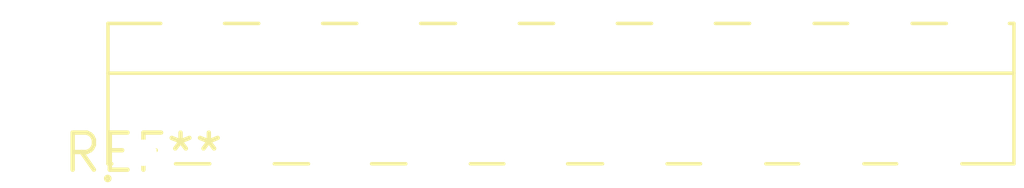
<source format=kicad_pcb>
(kicad_pcb (version 20240108) (generator pcbnew)
  (layers (0 "F.Cu" signal) (31 "B.Cu" signal) (34 "B.Paste" user) (35 "F.Paste" user) (36 "B.SilkS" user "B.Silkscreen") (37 "F.SilkS" user "F.Silkscreen") (38 "B.Mask" user) (39 "F.Mask" user) (44 "Edge.Cuts" user))
  (net 0 "")
  (footprint "SLA704XM" (layer "F.Cu") (at 0 0)
    (property "Reference" "REF**")
    (property "Value" "SLA704XM")
    (fp_line (start -1.2122 -4.4232) (end 0.5912 -4.4232) (layer "F.SilkS") (stroke (width 0.12)))
    (fp_line (start -1.2122 -2.7214) (end 29.7758 -2.7214) (layer "F.SilkS") (stroke (width 0.12)))
    (fp_line (start -1.2122 0.3774) (end -1.2122 -4.4232) (layer "F.SilkS") (stroke (width 0.12)))
    (fp_line (start -1.2122 0.3774) (end -1.0852 0.3774) (layer "F.SilkS") (stroke (width 0.12)))
    (fp_line (start 1.0992 0.3774) (end 2.2676 0.3774) (layer "F.SilkS") (stroke (width 0.12)))
    (fp_line (start 2.7756 -4.4232) (end 3.944 -4.4232) (layer "F.SilkS") (stroke (width 0.12)))
    (fp_line (start 4.4774 0.3774) (end 5.6458 0.3774) (layer "F.SilkS") (stroke (width 0.12)))
    (fp_line (start 6.1284 -4.4232) (end 7.2968 -4.4232) (layer "F.SilkS") (stroke (width 0.12)))
    (fp_line (start 7.8048 0.3774) (end 8.9732 0.3774) (layer "F.SilkS") (stroke (width 0.12)))
    (fp_line (start 9.4812 -4.4232) (end 10.675 -4.4232) (layer "F.SilkS") (stroke (width 0.12)))
    (fp_line (start 11.183 0.3774) (end 12.326 0.3774) (layer "F.SilkS") (stroke (width 0.12)))
    (fp_line (start 12.8594 -4.4232) (end 14.0278 -4.4232) (layer "F.SilkS") (stroke (width 0.12)))
    (fp_line (start 14.5104 0.3774) (end 15.7042 0.3774) (layer "F.SilkS") (stroke (width 0.12)))
    (fp_line (start 16.2122 -4.4232) (end 17.3806 -4.4232) (layer "F.SilkS") (stroke (width 0.12)))
    (fp_line (start 17.914 0.3774) (end 19.057 0.3774) (layer "F.SilkS") (stroke (width 0.12)))
    (fp_line (start 19.565 -4.4232) (end 20.7334 -4.4232) (layer "F.SilkS") (stroke (width 0.12)))
    (fp_line (start 21.2922 0.3774) (end 22.4098 0.3774) (layer "F.SilkS") (stroke (width 0.12)))
    (fp_line (start 22.9432 -4.4232) (end 24.0862 -4.4232) (layer "F.SilkS") (stroke (width 0.12)))
    (fp_line (start 24.645 0.3774) (end 25.7626 0.3774) (layer "F.SilkS") (stroke (width 0.12)))
    (fp_line (start 26.296 -4.4232) (end 27.4644 -4.4232) (layer "F.SilkS") (stroke (width 0.12)))
    (fp_line (start 29.6234 -4.4232) (end 29.7758 -4.4232) (layer "F.SilkS") (stroke (width 0.12)))
    (fp_line (start 29.7758 -4.4232) (end 29.7758 0.3774) (layer "F.SilkS") (stroke (width 0.12)))
    (fp_line (start 29.7758 0.3774) (end 27.9978 0.3774) (layer "F.SilkS") (stroke (width 0.12)))
    (fp_circle (center -1.22 0.88) (end -1.22 0.87) (layer "F.SilkS") (stroke (width 0.12)) (fill none))
    (pad "1" thru_hole rect (at 0 0) (size 1.524 1.824) (drill 0.9) (layers *.Cu *.Mask) (remove_unused_layers))
    (pad "2" thru_hole oval (at 1.68 -4.04) (size 1.524 1.824) (drill 0.9) (layers *.Cu *.Mask) (remove_unused_layers))
    (pad "3" thru_hole oval (at 3.36 0) (size 1.524 1.824) (drill 0.9) (layers *.Cu *.Mask) (remove_unused_layers))
    (pad "4" thru_hole oval (at 5.04 -4.04) (size 1.524 1.824) (drill 0.9) (layers *.Cu *.Mask) (remove_unused_layers))
    (pad "5" thru_hole oval (at 6.72 0) (size 1.524 1.824) (drill 0.9) (layers *.Cu *.Mask) (remove_unused_layers))
    (pad "6" thru_hole oval (at 8.4 -4.04) (size 1.524 1.824) (drill 0.9) (layers *.Cu *.Mask) (remove_unused_layers))
    (pad "7" thru_hole oval (at 10.08 0) (size 1.524 1.824) (drill 0.9) (layers *.Cu *.Mask) (remove_unused_layers))
    (pad "8" thru_hole oval (at 11.76 -4.04) (size 1.524 1.824) (drill 0.9) (layers *.Cu *.Mask) (remove_unused_layers))
    (pad "9" thru_hole oval (at 13.44 0) (size 1.524 1.824) (drill 0.9) (layers *.Cu *.Mask) (remove_unused_layers))
    (pad "10" thru_hole oval (at 15.12 -4.04) (size 1.524 1.824) (drill 0.9) (layers *.Cu *.Mask) (remove_unused_layers))
    (pad "11" thru_hole oval (at 16.8 0) (size 1.524 1.824) (drill 0.9) (layers *.Cu *.Mask) (remove_unused_layers))
    (pad "12" thru_hole oval (at 18.48 -4.04) (size 1.524 1.824) (drill 0.9) (layers *.Cu *.Mask) (remove_unused_layers))
    (pad "13" thru_hole oval (at 20.16 0) (size 1.524 1.824) (drill 0.9) (layers *.Cu *.Mask) (remove_unused_layers))
    (pad "14" thru_hole oval (at 21.84 -4.04) (size 1.524 1.824) (drill 0.9) (layers *.Cu *.Mask) (remove_unused_layers))
    (pad "15" thru_hole oval (at 23.52 0) (size 1.524 1.824) (drill 0.9) (layers *.Cu *.Mask) (remove_unused_layers))
    (pad "16" thru_hole oval (at 25.2 -4.04) (size 1.524 1.824) (drill 0.9) (layers *.Cu *.Mask) (remove_unused_layers))
    (pad "17" thru_hole oval (at 26.88 0) (size 1.524 1.824) (drill 0.9) (layers *.Cu *.Mask) (remove_unused_layers))
    (pad "18" thru_hole oval (at 28.56 -4.04) (size 1.524 1.824) (drill 0.9) (layers *.Cu *.Mask) (remove_unused_layers))
  )
)
</source>
